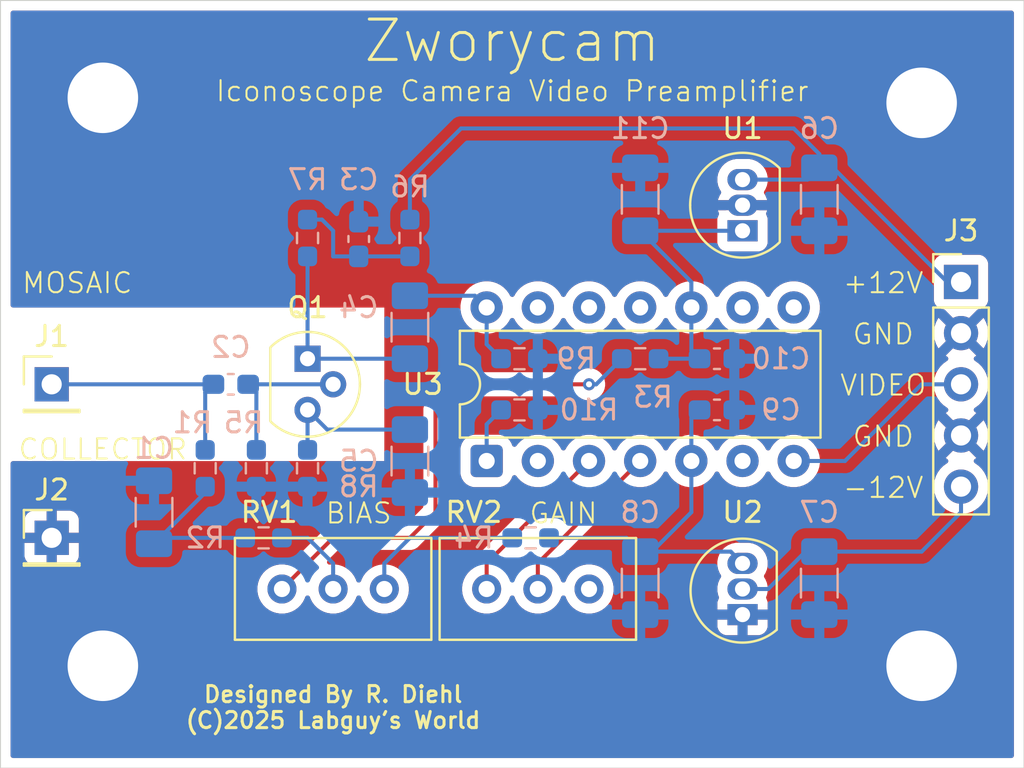
<source format=kicad_pcb>
(kicad_pcb
	(version 20241229)
	(generator "pcbnew")
	(generator_version "9.0")
	(general
		(thickness 1.6)
		(legacy_teardrops no)
	)
	(paper "A")
	(layers
		(0 "F.Cu" signal)
		(2 "B.Cu" signal)
		(9 "F.Adhes" user "F.Adhesive")
		(11 "B.Adhes" user "B.Adhesive")
		(13 "F.Paste" user)
		(15 "B.Paste" user)
		(5 "F.SilkS" user "F.Silkscreen")
		(7 "B.SilkS" user "B.Silkscreen")
		(1 "F.Mask" user)
		(3 "B.Mask" user)
		(17 "Dwgs.User" user "User.Drawings")
		(19 "Cmts.User" user "User.Comments")
		(21 "Eco1.User" user "User.Eco1")
		(23 "Eco2.User" user "User.Eco2")
		(25 "Edge.Cuts" user)
		(27 "Margin" user)
		(31 "F.CrtYd" user "F.Courtyard")
		(29 "B.CrtYd" user "B.Courtyard")
		(35 "F.Fab" user)
		(33 "B.Fab" user)
		(39 "User.1" user)
		(41 "User.2" user)
		(43 "User.3" user)
		(45 "User.4" user)
	)
	(setup
		(pad_to_mask_clearance 0)
		(allow_soldermask_bridges_in_footprints no)
		(tenting front back)
		(pcbplotparams
			(layerselection 0x00000000_00000000_55555555_5755f5ff)
			(plot_on_all_layers_selection 0x00000000_00000000_00000000_00000000)
			(disableapertmacros no)
			(usegerberextensions no)
			(usegerberattributes yes)
			(usegerberadvancedattributes yes)
			(creategerberjobfile yes)
			(dashed_line_dash_ratio 12.000000)
			(dashed_line_gap_ratio 3.000000)
			(svgprecision 4)
			(plotframeref no)
			(mode 1)
			(useauxorigin no)
			(hpglpennumber 1)
			(hpglpenspeed 20)
			(hpglpendiameter 15.000000)
			(pdf_front_fp_property_popups yes)
			(pdf_back_fp_property_popups yes)
			(pdf_metadata yes)
			(pdf_single_document no)
			(dxfpolygonmode yes)
			(dxfimperialunits yes)
			(dxfusepcbnewfont yes)
			(psnegative no)
			(psa4output no)
			(plot_black_and_white yes)
			(sketchpadsonfab no)
			(plotpadnumbers no)
			(hidednponfab no)
			(sketchdnponfab yes)
			(crossoutdnponfab yes)
			(subtractmaskfromsilk no)
			(outputformat 1)
			(mirror no)
			(drillshape 1)
			(scaleselection 1)
			(outputdirectory "")
		)
	)
	(net 0 "")
	(net 1 "Net-(C1-Pad1)")
	(net 2 "GND")
	(net 3 "Net-(Q1-G)")
	(net 4 "Net-(J1-Pin_1)")
	(net 5 "Net-(C3-Pad1)")
	(net 6 "Net-(C4-Pad2)")
	(net 7 "Net-(Q1-D)")
	(net 8 "Net-(Q1-S)")
	(net 9 "Net-(J3-Pin_1)")
	(net 10 "Net-(J3-Pin_5)")
	(net 11 "Net-(U2-VO)")
	(net 12 "Net-(U1-VO)")
	(net 13 "Net-(J3-Pin_3)")
	(net 14 "Net-(R2-Pad2)")
	(net 15 "Net-(R3-Pad2)")
	(net 16 "Net-(R4-Pad1)")
	(net 17 "Net-(R10-Pad1)")
	(net 18 "Net-(U3-1B)")
	(net 19 "Net-(U3-2B)")
	(net 20 "unconnected-(U3-NC-Pad13)")
	(net 21 "unconnected-(U3-NC-Pad2)")
	(net 22 "unconnected-(U3-1A-Pad11)")
	(net 23 "unconnected-(U3-NC-Pad9)")
	(net 24 "unconnected-(U3-Pad8)")
	(net 25 "unconnected-(U3-2A-Pad12)")
	(net 26 "unconnected-(U3-NC-Pad6)")
	(footprint "MountingHole:MountingHole_3.5mm_Pad" (layer "F.Cu") (at 106.68 87.38))
	(footprint "Connector_PinHeader_2.54mm:PinHeader_1x05_P2.54mm_Vertical" (layer "F.Cu") (at 149.275 96.52))
	(footprint "MountingHole:MountingHole_3.5mm_Pad" (layer "F.Cu") (at 147.32 87.63))
	(footprint "Package_TO_SOT_THT:TO-92" (layer "F.Cu") (at 116.84 100.33 -90))
	(footprint "MountingHole:MountingHole_3.5mm_Pad" (layer "F.Cu") (at 106.68 115.57))
	(footprint "Potentiometer_THT:Potentiometer_Bourns_3296W_Vertical" (layer "F.Cu") (at 125.73 111.76 180))
	(footprint "Connector_PinHeader_2.54mm:PinHeader_1x01_P2.54mm_Vertical" (layer "F.Cu") (at 104.14 109.22))
	(footprint "Connector_PinHeader_2.54mm:PinHeader_1x01_P2.54mm_Vertical" (layer "F.Cu") (at 104.14 101.6))
	(footprint "MountingHole:MountingHole_3.5mm_Pad" (layer "F.Cu") (at 147.32 115.57))
	(footprint "Potentiometer_THT:Potentiometer_Bourns_3296W_Vertical" (layer "F.Cu") (at 115.57 111.76 180))
	(footprint "Package_DIP:DIP-14_W7.62mm" (layer "F.Cu") (at 125.73 105.405 90))
	(footprint "Package_TO_SOT_THT:TO-92L_Inline" (layer "F.Cu") (at 138.43 113.03 90))
	(footprint "Package_TO_SOT_THT:TO-92_Inline" (layer "F.Cu") (at 138.43 93.98 90))
	(footprint "Capacitor_SMD:C_1206_3216Metric_Pad1.33x1.80mm_HandSolder" (layer "B.Cu") (at 133.35 111.4675 90))
	(footprint "Capacitor_SMD:C_1206_3216Metric_Pad1.33x1.80mm_HandSolder" (layer "B.Cu") (at 142.24 111.4675 90))
	(footprint "Capacitor_SMD:C_0603_1608Metric_Pad1.08x0.95mm_HandSolder" (layer "B.Cu") (at 137.16 102.87 180))
	(footprint "Resistor_SMD:R_0603_1608Metric_Pad0.98x0.95mm_HandSolder" (layer "B.Cu") (at 121.92 94.3375 -90))
	(footprint "Resistor_SMD:R_0603_1608Metric_Pad0.98x0.95mm_HandSolder" (layer "B.Cu") (at 116.84 105.7675 -90))
	(footprint "Capacitor_SMD:C_0603_1608Metric_Pad1.08x0.95mm_HandSolder" (layer "B.Cu") (at 119.38 94.3875 90))
	(footprint "Resistor_SMD:R_0603_1608Metric_Pad0.98x0.95mm_HandSolder" (layer "B.Cu") (at 127.9125 109.22))
	(footprint "Capacitor_SMD:C_1206_3216Metric_Pad1.33x1.80mm_HandSolder" (layer "B.Cu") (at 133.35 92.4175 90))
	(footprint "Capacitor_SMD:C_1206_3216Metric_Pad1.33x1.80mm_HandSolder" (layer "B.Cu") (at 121.92 105.41 -90))
	(footprint "Capacitor_SMD:C_0603_1608Metric_Pad1.08x0.95mm_HandSolder" (layer "B.Cu") (at 137.16 100.33 180))
	(footprint "Resistor_SMD:R_0603_1608Metric_Pad0.98x0.95mm_HandSolder" (layer "B.Cu") (at 127.3575 102.87))
	(footprint "Resistor_SMD:R_0603_1608Metric_Pad0.98x0.95mm_HandSolder" (layer "B.Cu") (at 114.3 105.7675 -90))
	(footprint "Capacitor_SMD:C_1206_3216Metric_Pad1.33x1.80mm_HandSolder" (layer "B.Cu") (at 142.24 92.4175 -90))
	(footprint "Resistor_SMD:R_0603_1608Metric_Pad0.98x0.95mm_HandSolder" (layer "B.Cu") (at 116.84 94.3375 -90))
	(footprint "Resistor_SMD:R_0603_1608Metric_Pad0.98x0.95mm_HandSolder" (layer "B.Cu") (at 114.6575 109.22))
	(footprint "Capacitor_SMD:C_1206_3216Metric_Pad1.33x1.80mm_HandSolder" (layer "B.Cu") (at 121.92 98.7675 90))
	(footprint "Resistor_SMD:R_0603_1608Metric_Pad0.98x0.95mm_HandSolder" (layer "B.Cu") (at 127.3575 100.33))
	(footprint "Capacitor_SMD:C_0603_1608Metric_Pad1.08x0.95mm_HandSolder" (layer "B.Cu") (at 113.03 101.6))
	(footprint "Resistor_SMD:R_0603_1608Metric_Pad0.98x0.95mm_HandSolder" (layer "B.Cu") (at 133.35 100.33 180))
	(footprint "Capacitor_SMD:C_1206_3216Metric_Pad1.33x1.80mm_HandSolder" (layer "B.Cu") (at 109.22 107.95 90))
	(footprint "Resistor_SMD:R_0603_1608Metric_Pad0.98x0.95mm_HandSolder" (layer "B.Cu") (at 111.76 105.7675 -90))
	(gr_line
		(start 101.6 82.55)
		(end 101.6 120.65)
		(stroke
			(width 0.05)
			(type default)
		)
		(layer "Edge.Cuts")
		(uuid "08f7812d-d808-4ae1-8a7f-130c60b56d3b")
	)
	(gr_line
		(start 152.4 120.65)
		(end 152.4 101.6)
		(stroke
			(width 0.05)
			(type default)
		)
		(layer "Edge.Cuts")
		(uuid "27f4e402-76f9-4f3f-a274-27370cb0861b")
	)
	(gr_line
		(start 101.6 120.65)
		(end 152.4 120.65)
		(stroke
			(width 0.05)
			(type default)
		)
		(layer "Edge.Cuts")
		(uuid "63de0f25-526c-450b-8808-50837d7e9ed7")
	)
	(gr_line
		(start 152.4 82.55)
		(end 101.6 82.55)
		(stroke
			(width 0.05)
			(type default)
		)
		(layer "Edge.Cuts")
		(uuid "bcf6ce97-2c11-4b48-b9dc-633feffe2a3f")
	)
	(gr_line
		(start 152.4 101.6)
		(end 152.4 82.55)
		(stroke
			(width 0.05)
			(type default)
		)
		(layer "Edge.Cuts")
		(uuid "f5072b3f-4ab5-4317-9a0c-06180e422b3e")
	)
	(gr_text "-12V"
		(at 145.415 107.315 0)
		(layer "F.SilkS")
		(uuid "382f8230-10c8-4de0-9fa0-1389dd368831")
		(effects
			(font
				(size 1 1)
				(thickness 0.1)
			)
			(justify bottom)
		)
	)
	(gr_text "Zworycam"
		(at 127 85.725 0)
		(layer "F.SilkS")
		(uuid "4e11e959-fe10-4fed-aeb8-790e53c30ebf")
		(effects
			(font
				(size 2 2)
				(thickness 0.15)
			)
			(justify bottom)
		)
	)
	(gr_text "Designed By R. Diehl\n(C)2025 Labguy's World"
		(at 118.11 118.745 0)
		(layer "F.SilkS")
		(uuid "6e0d639b-6563-4323-a4c3-9aefb9020f15")
		(effects
			(font
				(size 0.8 0.8)
				(thickness 0.15)
				(bold yes)
			)
			(justify bottom)
		)
	)
	(gr_text "COLLECTOR"
		(at 106.68 105.41 0)
		(layer "F.SilkS")
		(uuid "866eeb64-1ca6-442a-997c-fb8eb600cc77")
		(effects
			(font
				(size 1 1)
				(thickness 0.1)
			)
			(justify bottom)
		)
	)
	(gr_text "BIAS"
		(at 119.38 108.585 0)
		(layer "F.SilkS")
		(uuid "9728bf16-da9a-4c59-b652-2b9f2925de0b")
		(effects
			(font
				(size 1 1)
				(thickness 0.1)
			)
			(justify bottom)
		)
	)
	(gr_text "GND"
		(at 145.415 104.775 0)
		(layer "F.SilkS")
		(uuid "a6445ed9-f273-4192-8910-112f67278684")
		(effects
			(font
				(size 1 1)
				(thickness 0.1)
			)
			(justify bottom)
		)
	)
	(gr_text "GAIN"
		(at 129.54 108.585 0)
		(layer "F.SilkS")
		(uuid "a861612a-73dc-44cd-9c55-5dfea9c372db")
		(effects
			(font
				(size 1 1)
				(thickness 0.1)
			)
			(justify bottom)
		)
	)
	(gr_text "GND"
		(at 145.415 99.695 0)
		(layer "F.SilkS")
		(uuid "b1062896-e065-4932-9eae-71f08beace81")
		(effects
			(font
				(size 1 1)
				(thickness 0.1)
			)
			(justify bottom)
		)
	)
	(gr_text "MOSAIC"
		(at 105.41 97.155 0)
		(layer "F.SilkS")
		(uuid "b356df9b-b133-4132-8681-ee108559b93a")
		(effects
			(font
				(size 1 1)
				(thickness 0.1)
			)
			(justify bottom)
		)
	)
	(gr_text "Iconoscope Camera Video Preamplifier"
		(at 127 87.63 0)
		(layer "F.SilkS")
		(uuid "bbd93e4c-164e-4a66-88df-e1f692313949")
		(effects
			(font
				(size 1 1)
				(thickness 0.1)
			)
			(justify bottom)
		)
	)
	(gr_text "VIDEO"
		(at 145.415 102.235 0)
		(layer "F.SilkS")
		(uuid "f3d54c42-8b75-4b08-ab79-6276247b5a00")
		(effects
			(font
				(size 1 1)
				(thickness 0.1)
			)
			(justify bottom)
		)
	)
	(gr_text "+12V"
		(at 145.415 97.155 0)
		(layer "F.SilkS")
		(uuid "fdb59220-29f1-45d2-a911-b410855ad972")
		(effects
			(font
				(size 1 1)
				(thickness 0.1)
			)
			(justify bottom)
		)
	)
	(segment
		(start 113.745 109.22)
		(end 109.5125 109.22)
		(width 0.2)
		(layer "B.Cu")
		(net 1)
		(uuid "1fff430d-d0b3-43c1-afa6-57ece1a09608")
	)
	(segment
		(start 109.5125 109.22)
		(end 109.22 109.5125)
		(width 0.2)
		(layer "B.Cu")
		(net 1)
		(uuid "8575d5fe-5ff0-4f21-916d-229b6a14fa74")
	)
	(segment
		(start 109.22 109.5125)
		(end 111.76 106.9725)
		(width 0.2)
		(layer "B.Cu")
		(net 1)
		(uuid "bfb2b65f-5baa-43f1-9dd4-81ccd12738e8")
	)
	(segment
		(start 111.76 106.9725)
		(end 111.76 106.68)
		(width 0.2)
		(layer "B.Cu")
		(net 1)
		(uuid "e59efd24-cf66-4e09-add9-85f5066c7072")
	)
	(segment
		(start 138.43 92.71)
		(end 139.7 92.71)
		(width 0.2)
		(layer "B.Cu")
		(net 2)
		(uuid "365736f8-8ede-44f2-b899-28a0c6638ce4")
	)
	(segment
		(start 140.97 93.98)
		(end 142.24 93.98)
		(width 0.2)
		(layer "B.Cu")
		(net 2)
		(uuid "6cef972b-7a6c-42fe-a283-9e3b4d775abc")
	)
	(segment
		(start 135.305 90.855)
		(end 133.35 90.855)
		(width 0.2)
		(layer "B.Cu")
		(net 2)
		(uuid "751646e3-3a81-4f13-a7c8-8dd7c451cc82")
	)
	(segment
		(start 139.7 92.71)
		(end 140.97 93.98)
		(width 0.2)
		(layer "B.Cu")
		(net 2)
		(uuid "aa2061f0-9cf1-473a-aea1-f70ad6741d83")
	)
	(segment
		(start 137.16 92.71)
		(end 135.305 90.855)
		(width 0.2)
		(layer "B.Cu")
		(net 2)
		(uuid "b0f299f8-2b6f-4f0c-ac0b-ce97a0578169")
	)
	(segment
		(start 138.43 92.71)
		(end 137.16 92.71)
		(width 0.2)
		(layer "B.Cu")
		(net 2)
		(uuid "fc6cc2fc-0915-4edb-b2f7-71b2637768ee")
	)
	(segment
		(start 114.3 102.0075)
		(end 113.8925 101.6)
		(width 0.2)
		(layer "B.Cu")
		(net 3)
		(uuid "1cb6cb99-a9f6-4300-9484-8c045c66f855")
	)
	(segment
		(start 114.3 104.855)
		(end 114.3 102.0075)
		(width 0.2)
		(layer "B.Cu")
		(net 3)
		(uuid "a73fc8b0-072d-4654-b9aa-dfb52e1b4371")
	)
	(segment
		(start 113.8925 101.6)
		(end 118.11 101.6)
		(width 0.2)
		(layer "B.Cu")
		(net 3)
		(uuid "dcef0fef-816e-4444-b56b-2657ea13a03d")
	)
	(segment
		(start 111.76 104.855)
		(end 111.76 102.0075)
		(width 0.2)
		(layer "B.Cu")
		(net 4)
		(uuid "482c7e72-c722-4b38-a546-39f6d1d726c0")
	)
	(segment
		(start 104.14 101.6)
		(end 112.1675 101.6)
		(width 0.2)
		(layer "B.Cu")
		(net 4)
		(uuid "512c49d5-76f9-495b-8198-8edcda2f423b")
	)
	(segment
		(start 111.76 102.0075)
		(end 112.1675 101.6)
		(width 0.2)
		(layer "B.Cu")
		(net 4)
		(uuid "aac5eb91-f3cc-4c35-b57c-0b1fde124bd6")
	)
	(segment
		(start 118.11 95.25)
		(end 118.11 93.98)
		(width 0.2)
		(layer "B.Cu")
		(net 5)
		(uuid "294ae5aa-ce96-4c7e-bf1b-0b9043887884")
	)
	(segment
		(start 118.11 93.98)
		(end 117.555 93.425)
		(width 0.2)
		(layer "B.Cu")
		(net 5)
		(uuid "376d3944-2147-43ed-a7ff-69f41351befc")
	)
	(segment
		(start 119.38 95.25)
		(end 118.11 95.25)
		(width 0.2)
		(layer "B.Cu")
		(net 5)
		(uuid "67e63692-dc40-484e-bf43-1754749bec1f")
	)
	(segment
		(start 121.92 95.25)
		(end 119.38 95.25)
		(width 0.2)
		(layer "B.Cu")
		(net 5)
		(uuid "91a75a40-f82c-438a-abfa-21901eedf7bf")
	)
	(segment
		(start 117.555 93.425)
		(end 116.84 93.425)
		(width 0.2)
		(layer "B.Cu")
		(net 5)
		(uuid "ba707b42-3d75-4808-9c58-af4658ab79da")
	)
	(segment
		(start 125.15 97.205)
		(end 125.73 97.785)
		(width 0.2)
		(layer "B.Cu")
		(net 6)
		(uuid "aa48c248-af91-4976-a9e7-f9e2bc8ae0d8")
	)
	(segment
		(start 125.73 97.785)
		(end 125.73 99.615)
		(width 0.2)
		(layer "B.Cu")
		(net 6)
		(uuid "c186b679-98a3-4063-976d-3da5ecfb5e46")
	)
	(segment
		(start 125.73 99.615)
		(end 126.445 100.33)
		(width 0.2)
		(layer "B.Cu")
		(net 6)
		(uuid "ca6a1647-86a0-40ae-9de3-6a02a8831356")
	)
	(segment
		(start 121.92 97.205)
		(end 125.15 97.205)
		(width 0.2)
		(layer "B.Cu")
		(net 6)
		(uuid "f60baf67-5dc5-421b-81b5-0e34d8770da2")
	)
	(segment
		(start 116.84 100.33)
		(end 121.92 100.33)
		(width 0.2)
		(layer "B.Cu")
		(net 7)
		(uuid "3023e568-7edc-4bff-9913-880a61df82de")
	)
	(segment
		(start 116.84 100.33)
		(end 116.84 95.25)
		(width 0.2)
		(layer "B.Cu")
		(net 7)
		(uuid "68e30e4f-afb8-4489-b003-223e3ce48403")
	)
	(segment
		(start 121.92 103.8475)
		(end 117.8175 103.8475)
		(width 0.2)
		(layer "B.Cu")
		(net 8)
		(uuid "727af46d-9581-46cb-b10e-2902b166717f")
	)
	(segment
		(start 116.84 102.87)
		(end 116.84 104.855)
		(width 0.2)
		(layer "B.Cu")
		(net 8)
		(uuid "e7ce1f4f-0f80-4d4b-a1d6-c6c2f3a20a1b")
	)
	(segment
		(start 117.8175 103.8475)
		(end 116.84 102.87)
		(width 0.2)
		(layer "B.Cu")
		(net 8)
		(uuid "f673ffb1-d624-4a62-84d5-f5e4af8e6c61")
	)
	(segment
		(start 142.925 90.855)
		(end 148.59 96.52)
		(width 0.2)
		(layer "B.Cu")
		(net 9)
		(uuid "01a2758d-dc55-4d33-9fc4-7e98e7f73a90")
	)
	(segment
		(start 148.59 96.52)
		(end 149.275 96.52)
		(width 0.2)
		(layer "B.Cu")
		(net 9)
		(uuid "2ee86f65-7334-4514-a44b-f1a95e59c0f6")
	)
	(segment
		(start 142.24 90.855)
		(end 142.925 90.855)
		(width 0.2)
		(layer "B.Cu")
		(net 9)
		(uuid "3ff8aaac-441e-4c3f-a392-68e9deda9c3e")
	)
	(segment
		(start 138.43 91.44)
		(end 141.655 91.44)
		(width 0.2)
		(layer "B.Cu")
		(net 9)
		(uuid "4219cb35-aa68-4c4d-a091-bc3e6cddd34d")
	)
	(segment
		(start 124.46 88.9)
		(end 140.97 88.9)
		(width 0.2)
		(layer "B.Cu")
		(net 9)
		(uuid "5841159a-10c6-42be-8b05-b94cba8b81d1")
	)
	(segment
		(start 121.92 91.44)
		(end 124.46 88.9)
		(width 0.2)
		(layer "B.Cu")
		(net 9)
		(uuid "5e180b05-5071-464c-b4f7-4ef5b2fec92e")
	)
	(segment
		(start 141.655 91.44)
		(end 142.24 90.855)
		(width 0.2)
		(layer "B.Cu")
		(net 9)
		(uuid "8fee2236-2814-4340-955f-792c0dee8b0d")
	)
	(segment
		(start 140.97 88.9)
		(end 142.24 90.17)
		(width 0.2)
		(layer "B.Cu")
		(net 9)
		(uuid "945bea1e-0a79-44b0-b0ac-f764197bfb6f")
	)
	(segment
		(start 121.92 93.425)
		(end 121.92 91.44)
		(width 0.2)
		(layer "B.Cu")
		(net 9)
		(uuid "a48cf807-03f7-4200-8a5b-58451e920708")
	)
	(segment
		(start 142.24 90.17)
		(end 142.24 90.855)
		(width 0.2)
		(layer "B.Cu")
		(net 9)
		(uuid "a7bfcb1e-e209-42a1-a2f6-4ccf15ee5082")
	)
	(segment
		(start 149.275 107.95)
		(end 149.275 106.68)
		(width 0.2)
		(layer "B.Cu")
		(net 10)
		(uuid "559c0e7c-9f22-49ac-8fbf-9abae3bca1b2")
	)
	(segment
		(start 142.24 109.905)
		(end 147.32 109.905)
		(width 0.2)
		(layer "B.Cu")
		(net 10)
		(uuid "592dd61d-46ce-4676-beab-3b010601a868")
	)
	(segment
		(start 147.32 109.905)
		(end 149.275 107.95)
		(width 0.2)
		(layer "B.Cu")
		(net 10)
		(uuid "7b6e7425-e5c9-4e8e-9c7d-7674fa0775dd")
	)
	(segment
		(start 139.7 111.76)
		(end 141.555 109.905)
		(width 0.2)
		(layer "B.Cu")
		(net 10)
		(uuid "bf178e0b-e5f2-47fb-868d-2a036e64ad7e")
	)
	(segment
		(start 141.555 109.905)
		(end 142.24 109.905)
		(width 0.2)
		(layer "B.Cu")
		(net 10)
		(uuid "e0211659-e643-436c-a05c-992cc095ecf2")
	)
	(segment
		(start 138.43 111.76)
		(end 139.7 111.76)
		(width 0.2)
		(layer "B.Cu")
		(net 10)
		(uuid "ff1cde3d-19ab-48cd-9756-4f0d82063b8b")
	)
	(segment
		(start 133.35 109.905)
		(end 133.935 109.905)
		(width 0.2)
		(layer "B.Cu")
		(net 11)
		(uuid "0df0eaf1-22ad-4147-8224-affa56b41dc8")
	)
	(segment
		(start 132.665 109.22)
		(end 133.35 109.905)
		(width 0.2)
		(layer "B.Cu")
		(net 11)
		(uuid "3a7352a8-4176-4004-bbd7-18b53fb9dfeb")
	)
	(segment
		(start 135.89 105.405)
		(end 135.89 103.2775)
		(width 0.2)
		(layer "B.Cu")
		(net 11)
		(uuid "41b4f5a2-2c53-40df-99af-a1f347fa26c5")
	)
	(segment
		(start 135.89 103.2775)
		(end 136.2975 102.87)
		(width 0.2)
		(layer "B.Cu")
		(net 11)
		(uuid "5a7067e7-9cd1-4124-9277-cd8fa81f0962")
	)
	(segment
		(start 128.825 109.22)
		(end 132.665 109.22)
		(width 0.2)
		(layer "B.Cu")
		(net 11)
		(uuid "7cbde6aa-c86c-4171-bca7-cb5d7599e058")
	)
	(segment
		(start 135.89 105.405)
		(end 135.89 107.95)
		(width 0.2)
		(layer "B.Cu")
		(net 11)
		(uuid "a15b3b80-3afb-439c-808a-7c616bff9843")
	)
	(segment
		(start 133.35 109.905)
		(end 137.845 109.905)
		(width 0.2)
		(layer "B.Cu")
		(net 11)
		(uuid "b154ab41-9613-4eca-8a3b-2c3ea7d2250f")
	)
	(segment
		(start 133.935 109.905)
		(end 135.89 107.95)
		(width 0.2)
		(layer "B.Cu")
		(net 11)
		(uuid "b94aa815-f5f6-488d-a050-d0175b7a42ee")
	)
	(segment
		(start 137.845 109.905)
		(end 138.43 110.49)
		(width 0.2)
		(layer "B.Cu")
		(net 11)
		(uuid "c9616bef-ea4d-4599-8d1d-ffbffb966dbf")
	)
	(segment
		(start 138.43 93.98)
		(end 133.35 93.98)
		(width 0.2)
		(layer "B.Cu")
		(net 12)
		(uuid "38f8ea11-4a61-48b2-8f79-21963f97d6af")
	)
	(segment
		(start 135.89 96.52)
		(end 133.35 93.98)
		(width 0.2)
		(layer "B.Cu")
		(net 12)
		(uuid "4601d21b-2b7a-455c-b763-3764c016b696")
	)
	(segment
		(start 134.2625 100.33)
		(end 136.2975 100.33)
		(width 0.2)
		(layer "B.Cu")
		(net 12)
		(uuid "48dc150b-ea6b-46bc-9674-1f772f16b7a7")
	)
	(segment
		(start 135.89 99.9225)
		(end 136.2975 100.33)
		(width 0.2)
		(layer "B.Cu")
		(net 12)
		(uuid "68020bb1-773f-4d6e-96ba-3c72f1dbd08f")
	)
	(segment
		(start 135.89 97.785)
		(end 135.89 99.9225)
		(width 0.2)
		(layer "B.Cu")
		(net 12)
		(uuid "79bf3899-554d-4c97-b780-b421d860faad")
	)
	(segment
		(start 135.89 97.785)
		(end 135.89 96.52)
		(width 0.2)
		(layer "B.Cu")
		(net 12)
		(uuid "87c9e3b8-d4ec-4d3e-9791-0fcca9dcd2cc")
	)
	(segment
		(start 147.32 101.6)
		(end 149.275 101.6)
		(width 0.2)
		(layer "B.Cu")
		(net 13)
		(uuid "042a676e-8680-4ff1-9534-e34ebd70c580")
	)
	(segment
		(start 143.505 105.405)
		(end 143.51 105.41)
		(width 0.2)
		(layer "B.Cu")
		(net 13)
		(uuid "1847fa6a-665f-4162-b7d1-6acbf5e30cfc")
	)
	(segment
		(start 143.51 105.41)
		(end 147.32 101.6)
		(width 0.2)
		(layer "B.Cu")
		(net 13)
		(uuid "656d048a-0baf-41b3-8913-6a41818304fb")
	)
	(segment
		(start 140.97 105.405)
		(end 143.505 105.405)
		(width 0.2)
		(layer "B.Cu")
		(net 13)
		(uuid "97bf8178-aa81-4484-a70f-d135066775d7")
	)
	(segment
		(start 118.11 110.49)
		(end 116.84 109.22)
		(width 0.2)
		(layer "B.Cu")
		(net 14)
		(uuid "323d692a-460f-4853-b2b1-c3541b6a82d9")
	)
	(segment
		(start 118.11 111.76)
		(end 118.11 110.49)
		(width 0.2)
		(layer "B.Cu")
		(net 14)
		(uuid "47e93848-acc4-48a8-a389-833eb4afebdc")
	)
	(segment
		(start 116.84 109.22)
		(end 115.57 109.22)
		(width 0.2)
		(layer "B.Cu")
		(net 14)
		(uuid "b37064d7-92b5-4620-ad28-30ba8e32322e")
	)
	(segment
		(start 123.19 102.87)
		(end 124.46 101.6)
		(width 0.2)
		(layer "F.Cu")
		(net 15)
		(uuid "28eb668d-1efe-4a95-bee2-388aefa14364")
	)
	(segment
		(start 124.46 101.6)
		(end 130.81 101.6)
		(width 0.2)
		(layer "F.Cu")
		(net 15)
		(uuid "67a314e0-8460-4484-9161-e1e894c83d08")
	)
	(segment
		(start 115.57 111.76)
		(end 118.11 109.22)
		(width 0.2)
		(layer "F.Cu")
		(net 15)
		(uuid "77c8c27c-375b-46e7-a767-10022246f192")
	)
	(segment
		(start 121.92 109.22)
		(end 123.19 107.95)
		(width 0.2)
		(layer "F.Cu")
		(net 15)
		(uuid "7d6e9545-963d-4f1f-a2af-322334acbcc6")
	)
	(segment
		(start 123.19 107.95)
		(end 123.19 102.87)
		(width 0.2)
		(layer "F.Cu")
		(net 15)
		(uuid "e4d0c43c-0816-471f-947f-bd9f6851d42c")
	)
	(segment
		(start 118.11 109.22)
		(end 121.92 109.22)
		(width 0.2)
		(layer "F.Cu")
		(net 15)
		(uuid "fe048715-45b0-4dc4-946f-3233e83023ca")
	)
	(via
		(at 130.81 101.6)
		(size 0.6)
		(drill 0.3)
		(layers "F.Cu" "B.Cu")
		(net 15)
		(uuid "7058361f-97c5-472e-bbbb-57d5b14c4bda")
	)
	(segment
		(start 131.1675 101.6)
		(end 132.4375 100.33)
		(width 0.2)
		(layer "B.Cu")
		(net 15)
		(uuid "0773ad24-6ed3-4528-b696-04b94bb41eb8")
	)
	(segment
		(start 130.81 101.6)
		(end 131.1675 101.6)
		(width 0.2)
		(layer "B.Cu")
		(net 15)
		(uuid "b2207de1-b8dd-4b81-8870-9c32dbf7b84f")
	)
	(segment
		(start 120.65 110.49)
		(end 121.92 109.22)
		(width 0.2)
		(layer "B.Cu")
		(net 16)
		(uuid "20e6993a-03cb-4053-876a-67a2e918313e")
	)
	(segment
		(start 121.92 109.22)
		(end 127 109.22)
		(width 0.2)
		(layer "B.Cu")
		(net 16)
		(uuid "33225059-46d6-4a45-8cf5-a2988c557fb3")
	)
	(segment
		(start 120.65 111.76)
		(end 120.65 110.49)
		(width 0.2)
		(layer "B.Cu")
		(net 16)
		(uuid "540506d1-1b9b-498f-aa74-dc3411edf1ce")
	)
	(segment
		(start 125.73 105.405)
		(end 125.73 103.585)
		(width 0.2)
		(layer "B.Cu")
		(net 17)
		(uuid "0a4949da-6544-4ba1-b833-22fc9b070378")
	)
	(segment
		(start 125.73 103.585)
		(end 126.445 102.87)
		(width 0.2)
		(layer "B.Cu")
		(net 17)
		(uuid "63ee1974-f85f-4d58-bc82-90abe3557529")
	)
	(segment
		(start 128.27 110.485)
		(end 133.35 105.405)
		(width 0.2)
		(layer "F.Cu")
		(net 18)
		(uuid "b352673d-7d7c-417b-89b6-679060240b22")
	)
	(segment
		(start 128.27 111.76)
		(end 128.27 110.485)
		(width 0.2)
		(layer "F.Cu")
		(net 18)
		(uuid "c0ec43ce-281b-4ef0-af26-95b4fb0ab583")
	)
	(segment
		(start 125.73 111.76)
		(end 125.73 110.485)
		(width 0.2)
		(layer "F.Cu")
		(net 19)
		(uuid "0139cc35-1720-478b-8c27-fdff9292d0fd")
	)
	(segment
		(start 125.73 110.485)
		(end 130.81 105.405)
		(width 0.2)
		(layer "F.Cu")
		(net 19)
		(uuid "84c48886-945d-461b-90c0-2c8621d94cff")
	)
	(zone
		(net 2)
		(net_name "GND")
		(layer "F.Cu")
		(uuid "843154d1-9c3c-440b-a460-b5e374f0fa90")
		(hatch edge 0.5)
		(connect_pads
			(clearance 0.5)
		)
		(min_thickness 0.25)
		(filled_areas_thickness no)
		(fill yes
			(thermal_gap 0.5)
			(thermal_bridge_width 0.5)
		)
		(polygon
			(pts
				(xy 101.6 82.55) (xy 152.4 82.55) (xy 152.4 120.65) (xy 101.6 120.65) (xy 101.6 105.41) (xy 120.65 105.41)
				(xy 120.65 97.79) (xy 101.6 97.79)
			)
		)
		(filled_polygon
			(layer "F.Cu")
			(pts
				(xy 151.842539 83.070185) (xy 151.888294 83.122989) (xy 151.8995 83.1745) (xy 151.8995 120.0255)
				(xy 151.879815 120.092539) (xy 151.827011 120.138294) (xy 151.7755 120.1495) (xy 102.2245 120.1495)
				(xy 102.157461 120.129815) (xy 102.111706 120.077011) (xy 102.1005 120.0255) (xy 102.1005 111.663945)
				(xy 114.3495 111.663945) (xy 114.3495 111.856054) (xy 114.379553 112.045802) (xy 114.438916 112.228506)
				(xy 114.525085 112.39762) (xy 114.526135 112.399681) (xy 114.639055 112.555102) (xy 114.774898 112.690945)
				(xy 114.930319 112.803865) (xy 115.090055 112.885255) (xy 115.101493 112.891083) (xy 115.192845 112.920764)
				(xy 115.284199 112.950447) (xy 115.473945 112.9805) (xy 115.473946 112.9805) (xy 115.666054 112.9805)
				(xy 115.666055 112.9805) (xy 115.855801 112.950447) (xy 116.038509 112.891082) (xy 116.209681 112.803865)
				(xy 116.365102 112.690945) (xy 116.500945 112.555102) (xy 116.613865 112.399681) (xy 116.701082 112.228509)
				(xy 116.711439 112.196634) (xy 116.722069 112.163919) (xy 116.761506 112.106243) (xy 116.825864 112.079044)
				(xy 116.894711 112.090958) (xy 116.946187 112.138202) (xy 116.957931 112.163919) (xy 116.978915 112.228504)
				(xy 117.065085 112.39762) (xy 117.066135 112.399681) (xy 117.179055 112.555102) (xy 117.314898 112.690945)
				(xy 117.470319 112.803865) (xy 117.630055 112.885255) (xy 117.641493 112.891083) (xy 117.732845 112.920764)
				(xy 117.824199 112.950447) (xy 118.013945 112.9805) (xy 118.013946 112.9805) (xy 118.206054 112.9805)
				(xy 118.206055 112.9805) (xy 118.395801 112.950447) (xy 118.578509 112.891082) (xy 118.749681 112.803865)
				(xy 118.905102 112.690945) (xy 119.040945 112.555102) (xy 119.153865 112.399681) (xy 119.241082 112.228509)
				(xy 119.251439 112.196634) (xy 119.262069 112.163919) (xy 119.301506 112.106243) (xy 119.365864 112.079044)
				(xy 119.434711 112.090958) (xy 119.486187 112.138202) (xy 119.497931 112.163919) (xy 119.518915 112.228504)
				(xy 119.605085 112.39762) (xy 119.606135 112.399681) (xy 119.719055 112.555102) (xy 119.854898 112.690945)
				(xy 120.010319 112.803865) (xy 120.170055 112.885255) (xy 120.181493 112.891083) (xy 120.272845 112.920764)
				(xy 120.364199 112.950447) (xy 120.553945 112.9805) (xy 120.553946 112.9805) (xy 120.746054 112.9805)
				(xy 120.746055 112.9805) (xy 120.935801 112.950447) (xy 121.118509 112.891082) (xy 121.289681 112.803865)
				(xy 121.445102 112.690945) (xy 121.580945 112.555102) (xy 121.693865 112.399681) (xy 121.781082 112.228509)
				(xy 121.840447 112.045801) (xy 121.8705 111.856055) (xy 121.8705 111.663945) (xy 121.840447 111.474199)
				(xy 121.810424 111.381797) (xy 121.781083 111.291493) (xy 121.731352 111.193891) (xy 121.693865 111.120319)
				(xy 121.580945 110.964898) (xy 121.445102 110.829055) (xy 121.289681 110.716135) (xy 121.118506 110.628916)
				(xy 120.935802 110.569553) (xy 120.813757 110.550223) (xy 120.746055 110.5395) (xy 120.553945 110.5395)
				(xy 120.542789 110.541267) (xy 120.364197 110.569553) (xy 120.181493 110.628916) (xy 120.010318 110.716135)
				(xy 119.921645 110.78056) (xy 119.854898 110.829055) (xy 119.854896 110.829057) (xy 119.854895 110.829057)
				(xy 119.719057 110.964895) (xy 119.719057 110.964896) (xy 119.719055 110.964898) (xy 119.67056 111.031645)
				(xy 119.606135 111.120318) (xy 119.518916 111.291493) (xy 119.497931 111.356081) (xy 119.458494 111.413756)
				(xy 119.394135 111.440955) (xy 119.325289 111.429041) (xy 119.273813 111.381797) (xy 119.262069 111.356081)
				(xy 119.241083 111.291493) (xy 119.191352 111.193891) (xy 119.153865 111.120319) (xy 119.040945 110.964898)
				(xy 118.905102 110.829055) (xy 118.749681 110.716135) (xy 118.578506 110.628916) (xy 118.395802 110.569553)
				(xy 118.273757 110.550223) (xy 118.206055 110.5395) (xy 118.013945 110.5395) (xy 117.958099 110.548345)
				(xy 117.946242 110.550223) (xy 117.876949 110.541267) (xy 117.823498 110.49627) (xy 117.802859 110.429518)
				(xy 117.821585 110.362205) (xy 117.839159 110.340074) (xy 118.322416 109.856819) (xy 118.383739 109.823334)
				(xy 118.410097 109.8205) (xy 121.833331 109.8205) (xy 121.833347 109.820501) (xy 121.840943 109.820501)
				(xy 121.999054 109.820501) (xy 121.999057 109.820501) (xy 122.151785 109.779577) (xy 122.201904 109.750639)
				(xy 122.288716 109.70052) (xy 122.40052 109.588716) (xy 122.40052 109.588714) (xy 122.410728 109.578507)
				(xy 122.41073 109.578504) (xy 123.558713 108.430521) (xy 123.558716 108.43052) (xy 123.67052 108.318716)
				(xy 123.720639 108.231904) (xy 123.749577 108.181785) (xy 123.7905 108.029058) (xy 123.7905 107.870943)
				(xy 123.7905 104.804983) (xy 124.4295 104.804983) (xy 124.4295 106.005001) (xy 124.429501 106.005018)
				(xy 124.44 106.107796) (xy 124.440001 106.107799) (xy 124.468045 106.192429) (xy 124.495186 106.274334)
				(xy 124.587288 106.423656) (xy 124.711344 106.547712) (xy 124.860666 106.639814) (xy 125.027203 106.694999)
				(xy 125.129991 106.7055) (xy 126.330008 106.705499) (xy 126.432797 106.694999) (xy 126.599334 106.639814)
				(xy 126.748656 106.547712) (xy 126.872712 106.423656) (xy 126.964814 106.274334) (xy 126.991955 106.192427)
				(xy 127.031726 106.134984) (xy 127.096242 106.108161) (xy 127.165018 106.120476) (xy 127.209977 106.158547)
				(xy 127.27803 106.252213) (xy 127.278034 106.252219) (xy 127.422786 106.396971) (xy 127.52127 106.468522)
				(xy 127.58839 106.517287) (xy 127.699132 106.573713) (xy 127.770776 106.610218) (xy 127.770778 106.610218)
				(xy 127.770781 106.61022) (xy 127.861856 106.639812) (xy 127.965465 106.673477) (xy 128.066557 106.689488)
				(xy 128.167648 106.7055) (xy 128.167649 106.7055) (xy 128.360902 106.7055) (xy 128.427941 106.725185)
				(xy 128.473696 106.777989) (xy 128.48364 106.847147) (xy 128.454615 106.910703) (xy 128.448583 106.917181)
				(xy 125.249481 110.116282) (xy 125.24948 110.116284) (xy 125.206413 110.19088) (xy 125.199361 110.203094)
				(xy 125.199359 110.203096) (xy 125.170425 110.253209) (xy 125.170424 110.25321) (xy 125.170423 110.253215)
				(xy 125.129499 110.405943) (xy 125.129499 110.405945) (xy 125.129499 110.574046) (xy 125.1295 110.574059)
				(xy 125.1295 110.624486) (xy 125.109815 110.691525) (xy 125.078386 110.724804) (xy 124.934896 110.829056)
				(xy 124.799057 110.964895) (xy 124.799057 110.964896) (xy 124.799055 110.964898) (xy 124.75056 111.031645)
				(xy 124.686135 111.120318) (xy 124.598916 111.291493) (xy 124.539553 111.474197) (xy 124.5095 111.663945)
				(xy 124.5095 111.856054) (xy 124.539553 112.045802) (xy 124.598916 112.228506) (xy 124.685085 112.39762)
				(xy 124.686135 112.399681) (xy 124.799055 112.555102) (xy 124.934898 112.690945) (xy 125.090319 112.803865)
				(xy 125.250055 112.885255) (xy 125.261493 112.891083) (xy 125.352845 112.920764) (xy 125.444199 112.950447)
				(xy 125.633945 112.9805) (xy 125.633946 112.9805) (xy 125.826054 112.9805) (xy 125.826055 112.9805)
				(xy 126.015801 112.950447) (xy 126.198509 112.891082) (xy 126.369681 112.803865) (xy 126.525102 112.690945)
				(xy 126.660945 112.555102) (xy 126.773865 112.399681) (xy 126.861082 112.228509) (xy 126.871439 112.196634)
				(xy 126.882069 112.163919) (xy 126.921506 112.106243) (xy 126.985864 112.079044) (xy 127.054711 112.090958)
				(xy 127.106187 112.138202) (xy 127.117931 112.163919) (xy 127.138915 112.228504) (xy 127.225085 112.39762)
				(xy 127.226135 112.399681) (xy 127.339055 112.555102) (xy 127.474898 112.690945) (xy 127.630319 112.803865)
				(xy 127.790055 112.885255) (xy 127.801493 112.891083) (xy 127.892845 112.920764) (xy 127.984199 112.950447)
				(xy 128.173945 112.9805) (xy 128.173946 112.9805) (xy 128.366054 112.9805) (xy 128.366055 112.9805)
				(xy 128.555801 112.950447) (xy 128.738509 112.891082) (xy 128.909681 112.803865) (xy 129.065102 112.690945)
				(xy 129.200945 112.555102) (xy 129.313865 112.399681) (xy 129.401082 112.228509) (xy 129.411439 112.196634)
				(xy 129.422069 112.163919) (xy 129.461506 112.106243) (xy 129.525864 112.079044) (xy 129.594711 112.090958)
				(xy 129.646187 112.138202) (xy 129.657931 112.163919) (xy 129.678915 112.228504) (xy 129.765085 112.39762)
				(xy 129.766135 112.399681) (xy 129.879055 112.555102) (xy 130.014898 112.690945) (xy 130.170319 112.803865)
				(xy 130.330055 112.885255) (xy 130.341493 112.891083) (xy 130.432845 112.920764) (xy 130.524199 112.950447)
				(xy 130.713945 112.9805) (xy 130.713946 112.9805) (xy 130.906054 112.9805) (xy 130.906055 112.9805)
				(xy 131.095801 112.950447) (xy 131.278509 112.891082) (xy 131.449681 112.803865) (xy 131.605102 112.690945)
				(xy 131.740945 112.555102) (xy 131.853865 112.399681) (xy 131.941082 112.228509) (xy 132.000447 112.045801)
				(xy 132.0305 111.856055) (xy 132.0305 111.663945) (xy 132.000447 111.474199) (xy 131.970424 111.381797)
				(xy 131.941083 111.291493) (xy 131.891352 111.193891) (xy 131.853865 111.120319) (xy 131.740945 110.964898)
				(xy 131.605102 110.829055) (xy 131.449681 110.716135) (xy 131.278506 110.628916) (xy 131.095802 110.569553)
				(xy 130.973757 110.550223) (xy 130.906055 110.5395) (xy 130.713945 110.5395) (xy 130.702789 110.541267)
				(xy 130.524197 110.569553) (xy 130.341493 110.628916) (xy 130.170318 110.716135) (xy 130.081645 110.78056)
				(xy 130.014898 110.829055) (xy 130.014896 110.829057) (xy 130.014895 110.829057) (xy 129.879057 110.964895)
				(xy 129.879057 110.964896) (xy 129.879055 110.964898) (xy 129.83056 111.031645) (xy 129.766135 111.120318)
				(xy 129.678916 111.291493) (xy 129.657931 111.356081) (xy 129.618494 111.413756) (xy 129.554135 111.440955)
				(xy 129.485289 111.429041) (xy 129.433813 111.381797) (xy 129.422069 111.356081) (xy 129.401083 111.291493)
				(xy 129.351352 111.193891) (xy 129.313865 111.120319) (xy 129.200945 110.964898) (xy 129.065102 110.829055)
				(xy 129.061181 110.826206) (xy 129.014637 110.792389) (xy 128.971971 110.737059) (xy 128.965993 110.667446)
				(xy 128.998599 110.605651) (xy 128.999768 110.604465) (xy 129.215241 110.388992) (xy 137.1795 110.388992)
				(xy 137.1795 110.591007) (xy 137.218907 110.789119) (xy 137.218909 110.789127) (xy 137.296213 110.975755)
				(xy 137.349904 111.056109) (xy 137.370782 111.122787) (xy 137.352297 111.190167) (xy 137.349904 111.193891)
				(xy 137.296213 111.274244) (xy 137.218909 111.460872) (xy 137.218907 111.46088) (xy 137.1795 111.658992)
				(xy 137.1795 111.861007) (xy 137.218907 112.059119) (xy 137.21891 112.059131) (xy 137.252547 112.140338)
				(xy 137.260016 112.209807) (xy 137.240405 112.254864) (xy 137.240895 112.255132) (xy 137.23791 112.260596)
				(xy 137.23726 112.262092) (xy 137.236646 112.262911) (xy 137.236645 112.262913) (xy 137.186403 112.39762)
				(xy 137.186401 112.397627) (xy 137.18 112.457155) (xy 137.18 112.78) (xy 138.064134 112.78) (xy 138.088326 112.782383)
				(xy 138.091123 112.782939) (xy 138.103995 112.785499) (xy 138.103996 112.7855) (xy 138.103997 112.7855)
				(xy 138.14417 112.7855) (xy 138.129925 112.799745) (xy 138.080556 112.885255) (xy 138.055 112.98063)
				(xy 138.055 113.07937) (xy 138.080556 113.174745) (xy 138.129925 113.260255) (xy 138.14967 113.28)
				(xy 137.18 113.28) (xy 137.18 113.602844) (xy 137.186401 113.662372) (xy 137.186403 113.662379)
				(xy 137.236645 113.797086) (xy 137.236649 113.797093) (xy 137.322809 113.912187) (xy 137.322812 113.91219)
				(xy 137.437906 113.99835) (xy 137.437913 113.998354) (xy 137.57262 114.048596) (xy 137.572627 114.048598)
				(xy 137.632155 114.054999) (xy 137.632172 114.055) (xy 138.18 114.055) (xy 138.18 113.31033) (xy 138.199745 113.330075)
				(xy 138.285255 113.379444) (xy 138.38063 113.405) (xy 138.47937 113.405) (xy 138.574745 113.379444)
				(xy 138.660255 113.330075) (xy 138.68 113.31033) (xy 138.68 114.055) (xy 139.227828 114.055) (xy 139.227844 114.054999)
				(xy 139.287372 114.048598) (xy 139.287379 114.048596) (xy 139.422086 113.998354) (xy 139.422093 113.99835)
				(xy 139.537187 113.91219) (xy 139.53719 113.912187) (xy 139.62335 113.797093) (xy 139.623354 113.797086)
				(xy 139.673596 113.662379) (xy 139.673598 113.662372) (xy 139.679999 113.602844) (xy 139.68 113.602827)
				(xy 139.68 113.28) (xy 138.71033 113.28) (xy 138.730075 113.260255) (xy 138.779444 113.174745) (xy 138.805 113.07937)
				(xy 138.805 112.98063) (xy 138.779444 112.885255) (xy 138.730075 112.799745) (xy 138.71583 112.7855)
				(xy 138.756004 112.7855) (xy 138.756004 112.785499) (xy 138.769473 112.78282) (xy 138.771674 112.782383)
				(xy 138.795866 112.78) (xy 139.68 112.78) (xy 139.68 112.457172) (xy 139.679999 112.457155) (xy 139.673598 112.397627)
				(xy 139.673596 112.39762) (xy 139.623354 112.262913) (xy 139.623353 112.262911) (xy 139.622745 112.262099)
				(xy 139.62239 112.261148) (xy 139.619103 112.255128) (xy 139.619968 112.254655) (xy 139.598329 112.196634)
				(xy 139.607452 112.140338) (xy 139.641091 112.059127) (xy 139.6805 111.861003) (xy 139.6805 111.658997)
				(xy 139.641091 111.460873) (xy 139.563786 111.274244) (xy 139.510094 111.193889) (xy 139.489217 111.127214)
				(xy 139.507701 111.059834) (xy 139.510078 111.056134) (xy 139.563786 110.975756) (xy 139.641091 110.789127)
				(xy 139.6805 110.591003) (xy 139.6805 110.388997) (xy 139.641091 110.190873) (xy 139.563786 110.004244)
				(xy 139.563784 110.004241) (xy 139.563782 110.004237) (xy 139.451558 109.836281) (xy 139.308718 109.693441)
				(xy 139.140762 109.581217) (xy 139.140752 109.581212) (xy 138.954127 109.503909) (xy 138.954119 109.503907)
				(xy 138.756007 109.4645) (xy 138.756003 109.4645) (xy 138.103997 109.4645) (xy 138.103992 109.4645)
				(xy 137.90588 109.503907) (xy 137.905872 109.503909) (xy 137.719247 109.581212) (xy 137.719237 109.581217)
				(xy 137.551281 109.693441) (xy 137.408441 109.836281) (xy 137.296217 110.004237) (xy 137.296212 110.004247)
				(xy 137.218909 110.190872) (xy 137.218907 110.19088) (xy 137.1795 110.388992) (xy 129.215241 110.388992)
				(xy 132.905158 106.699075) (xy 132.966479 106.665592) (xy 133.031151 106.668825) (xy 133.045466 106.673477)
				(xy 133.247648 106.7055) (xy 133.247649 106.7055) (xy 133.452351 106.7055) (xy 133.452352 106.7055)
				(xy 133.654534 106.673477) (xy 133.849219 106.61022) (xy 134.03161 106.517287) (xy 134.160482 106.423657)
				(xy 134.197213 106.396971) (xy 134.197215 106.396968) (xy 134.197219 106.396966) (xy 134.341966 106.252219)
				(xy 134.341968 106.252215) (xy 134.341971 106.252213) (xy 134.462284 106.086614) (xy 134.462285 106.086613)
				(xy 134.462287 106.08661) (xy 134.509516 105.993917) (xy 134.557489 105.943123) (xy 134.62531 105.926328)
				(xy 134.691445 105.948865) (xy 134.730483 105.993917) (xy 134.73614 106.005018) (xy 134.777715 106.086614)
				(xy 134.898028 106.252213) (xy 135.042786 106.396971) (xy 135.14127 106.468522) (xy 135.20839 106.517287)
				(xy 135.319132 106.573713) (xy 135.390776 106.610218) (xy 135.390778 106.610218) (xy 135.390781 106.61022)
				(xy 135.481856 106.639812) (xy 135.585465 106.673477) (xy 135.686557 106.689488) (xy 135.787648 106.7055)
				(xy 135.787649 106.7055) (xy 135.992351 106.7055) (xy 135.992352 106.7055) (xy 136.194534 106.673477)
				(xy 136.389219 106.61022) (xy 136.57161 106.517287) (xy 136.700482 106.423657) (xy 136.737213 106.396971)
				(xy 136.737215 106.396968) (xy 136.737219 106.396966) (xy 136.881966 106.252219) (xy 136.881968 106.252215)
				(xy 136.881971 106.252213) (xy 137.002284 106.086614) (xy 137.002285 106.086613) (xy 137.002287 106.08661)
				(xy 137.049516 105.993917) (xy 137.097489 105.943123) (xy 137.16531 105.926328) (xy 137.231445 105.948865)
				(xy 137.270483 105.993917) (xy 137.27614 106.005018) (xy 137.317715 106.086614) (xy 137.438028 106.252213)
				(xy 137.582786 106.396971) (xy 137.68127 106.468522) (xy 137.74839 106.517287) (xy 137.859132 106.573713)
				(xy 137.930776 106.610218) (xy 137.930778 106.610218) (xy 137.930781 106.61022) (xy 138.021856 106.639812)
				(xy 138.125465 106.673477) (xy 138.226557 106.689488) (xy 138.327648 106.7055) (xy 138.327649 106.7055)
				(xy 138.532351 106.7055) (xy 138.532352 106.7055) (xy 138.734534 106.673477) (xy 138.929219 106.61022)
				(xy 139.11161 106.517287) (xy 139.240482 106.423657) (xy 139.277213 106.396971) (xy 139.277215 106.396968)
				(xy 139.277219 106.396966) (xy 139.421966 106.252219) (xy 139.421968 106.252215) (xy 139.421971 106.252213)
				(xy 139.542284 106.086614) (xy 139.542285 106.086613) (xy 139.542287 106.08661) (xy 139.589516 105.993917)
				(xy 139.637489 105.943123) (xy 139.70531 105.926328) (xy 139.771445 105.948865) (xy 139.810483 105.993917)
				(xy 139.81614 106.005018) (xy 139.857715 106.086614) (xy 139.978028 106.252213) (xy 140.122786 106.396971)
				(xy 140.22127 106.468522) (xy 140.28839 106.517287) (xy 140.399132 106.573713) (xy 140.470776 106.610218)
				(xy 140.470778 106.610218) (xy 140.470781 106.61022) (xy 140.561856 106.639812) (xy 140.665465 106.673477)
				(xy 140.766557 106.689488) (xy 140.867648 106.7055) (xy 140.867649 106.7055) (xy 141.072351 106.7055)
				(xy 141.072352 106.7055) (xy 141.274534 106.673477) (xy 141.469219 106.61022) (xy 141.65161 106.517287)
				(xy 141.71873 106.468522) (xy 141.718732 106.468521) (xy 141.817212 106.396971) (xy 141.81721 106.396971)
				(xy 141.817219 106.396966) (xy 141.961966 106.252219) (xy 141.961968 106.252215) (xy 141.961971 106.252213)
				(xy 142.030021 106.158548) (xy 142.082287 106.08661) (xy 142.17522 105.904219) (xy 142.238477 105.709534)
				(xy 142.2705 105.507352) (xy 142.2705 105.302648) (xy 142.238477 105.100466) (xy 142.17522 104.905781)
				(xy 142.175218 104.905778) (xy 142.175218 104.905776) (xy 142.123865 104.804991) (xy 142.082287 104.72339)
				(xy 142.041674 104.66749) (xy 141.961971 104.557786) (xy 141.817213 104.413028) (xy 141.651613 104.292715)
				(xy 141.651612 104.292714) (xy 141.65161 104.292713) (xy 141.560414 104.246246) (xy 141.469223 104.199781)
				(xy 141.306201 104.146812) (xy 141.3062 104.146811) (xy 141.274536 104.136523) (xy 141.138645 104.115)
				(xy 141.072352 104.1045) (xy 140.867648 104.1045) (xy 140.843329 104.108351) (xy 140.665465 104.136522)
				(xy 140.470776 104.199781) (xy 140.288386 104.292715) (xy 140.122786 104.413028) (xy 139.978028 104.557786)
				(xy 139.857715 104.723386) (xy 139.810485 104.81608) (xy 139.76251 104.866876) (xy 139.694689 104.883671)
				(xy 139.628554 104.861134) (xy 139.589515 104.81608) (xy 139.583861 104.804983) (xy 139.542287 104.72339)
				(xy 139.501674 104.66749) (xy 139.421971 104.557786) (xy 139.277213 104.413028) (xy 139.111613 104.292715)
				(xy 139.111612 104.292714) (xy 139.11161 104.292713) (xy 139.020414 104.246246) (xy 138.929223 104.199781)
				(xy 138.734534 104.136522) (xy 138.559995 104.108878) (xy 138.532352 104.1045) (xy 138.327648 104.1045)
				(xy 138.303329 104.108351) (xy 138.125465 104.136522) (xy 137.930776 104.199781) (xy 137.748386 104.292715)
				(xy 137.582786 104.413028) (xy 137.438028 104.557786) (xy 137.317715 104.723386) (xy 137.270485 104.81608)
				(xy 137.22251 104.866876) (xy 137.154689 104.883671) (xy 137.088554 104.861134) (xy 137.049515 104.81608)
				(xy 137.043861 104.804983) (xy 137.002287 104.72339) (xy 136.961674 104.66749) (xy 136.881971 104.557786)
				(xy 136.737213 104.413028) (xy 136.571613 104.292715) (xy 136.571612 104.292714) (xy 136.57161 104.292713)
				(xy 136.480414 104.246246) (xy 136.389223 104.199781) (xy 136.194534 104.136522) (xy 136.019995 104.108878)
				(xy 135.992352 104.1045) (xy 135.787648 104.1045) (xy 135.763329 104.108351) (xy 135.585465 104.136522)
				(xy 135.390776 104.199781) (xy 135.208386 104.292715) (xy 135.042786 104.413028) (xy 134.898028 104.557786)
				(xy 134.777715 104.723386) (xy 134.730485 104.81608) (xy 134.68251 104.866876) (xy 134.614689 104.883671)
				(xy 134.548554 104.861134) (xy 134.509515 104.81608) (xy 134.503861 104.804983) (xy 134.462287 104.72339)
				(xy 134.421674 104.66749) (xy 134.341971 104.557786) (xy 134.197213 104.413028) (xy 134.031613 104.292715)
				(xy 134.031612 104.292714) (xy 134.03161 104.292713) (xy 133.940414 104.246246) (xy 133.849223 104.199781)
				(xy 133.654534 104.136522) (xy 133.479995 104.108878) (xy 133.452352 104.1045) (xy 133.247648 104.1045)
				(xy 133.223329 104.108351) (xy 133.045465 104.136522) (xy 132.850776 104.199781) (xy 132.668386 104.292715)
				(xy 132.502786 104.413028) (xy 132.358028 104.557786) (xy 132.237715 104.723386) (xy 132.190485 104.81608)
				(xy 132.14251 104.866876) (xy 132.074689 104.883671) (xy 132.008554 104.861134) (xy 131.969515 104.81608)
				(xy 131.963861 104.804983) (xy 131.922287 104.72339) (xy 131.881674 104.66749) (xy 131.801971 104.557786)
				(xy 131.657213 104.413028) (xy 131.491613 104.292715) (xy 131.491612 104.292714) (xy 131.49161 104.292713)
				(xy 131.400414 104.246246) (xy 131.309223 104.199781) (xy 131.114534 104.136522) (xy 130.939995 104.108878)
				(xy 130.912352 104.1045) (xy 130.707648 104.1045) (xy 130.683329 104.108351) (xy 130.505465 104.136522)
				(xy 130.310776 104.199781) (xy 130.128386 104.292715) (xy 129.962786 104.413028) (xy 129.818028 104.557786)
				(xy 129.697715 104.723386) (xy 129.650485 104.81608) (xy 129.60251 104.866876) (xy 129.534689 104.883671)
				(xy 129.468554 104.861134) (xy 129.429515 104.81608) (xy 129.423861 104.804983) (xy 129.382287 104.72339)
				(xy 129.341674 104.66749) (xy 129.261971 104.557786) (xy 129.117213 104.413028) (xy 128.951613 104.292715)
				(xy 128.951612 104.292714) (xy 128.95161 104.292713) (xy 128.860414 104.246246) (xy 128.769223 104.199781)
				(xy 128.574534 104.136522) (xy 128.399995 104.108878) (xy 128.372352 104.1045) (xy 128.167648 104.1045)
				(xy 128.143329 104.108351) (xy 127.965465 104.136522) (xy 127.770776 104.199781) (xy 127.588386 104.292715)
				(xy 127.422786 104.413028) (xy 127.278032 104.557782) (xy 127.278028 104.557787) (xy 127.209978 104.651451)
				(xy 127.154648 104.694117) (xy 127.085035 104.700096) (xy 127.02324 104.66749) (xy 126.991954 104.61757)
				(xy 126.964814 104.535666) (xy 126.872712 104.386344) (xy 126.748656 104.262288) (xy 126.599334 104.170186)
				(xy 126.432797 104.115001) (xy 126.432795 104.115) (xy 126.33001 104.1045) (xy 125.129998 104.1045)
				(xy 125.129981 104.104501) (xy 125.027203 104.115) (xy 125.0272 104.115001) (xy 124.860668 104.170185)
				(xy 124.860663 104.170187) (xy 124.711342 104.262289) (xy 124.587289 104.386342) (xy 124.495187 104.535663)
				(xy 124.495186 104.535666) (xy 124.440001 104.702203) (xy 124.440001 104.702204) (xy 124.44 104.702204)
				(xy 124.4295 104.804983) (xy 123.7905 104.804983) (xy 123.7905 103.170097) (xy 123.810185 103.103058)
				(xy 123.826819 103.082416) (xy 124.672416 102.236819) (xy 124.733739 102.203334) (xy 124.760097 102.2005)
				(xy 130.230234 102.2005) (xy 130.297273 102.220185) (xy 130.299125 102.221398) (xy 130.430814 102.30939)
				(xy 130.430827 102.309397) (xy 130.576498 102.369735) (xy 130.576503 102.369737) (xy 130.731153 102.400499)
				(xy 130.731156 102.4005) (xy 130.731158 102.4005) (xy 130.888844 102.4005) (xy 130.888845 102.400499)
				(xy 131.043497 102.369737) (xy 131.189179 102.309394) (xy 131.320289 102.221789) (xy 131.431789 102.110289)
				(xy 131.519394 101.979179) (xy 131.579737 101.833497) (xy 131.6105 101.678842) (xy 131.6105 101.521158)
				(xy 131.602412 101.480499) (xy 131.579738 101.36651) (xy 131.579737 101.366503) (xy 131.523728 101.231284)
				(xy 131.519397 101.220827) (xy 131.51939 101.220814) (xy 131.431789 101.089711) (xy 131.431786 101.089707)
				(xy 131.320292 100.978213) (xy 131.320288 100.97821) (xy 131.189185 100.890609) (xy 131.189172 100.890602)
				(xy 131.043501 100.830264) (xy 131.043489 100.830261) (xy 130.888845 100.7995) (xy 130.888842 100.7995)
				(xy 130.731158 100.7995) (xy 130.731155 100.7995) (xy 130.57651 100.830261) (xy 130.576498 100.830264)
				(xy 130.430827 100.890602) (xy 130.430814 100.890609) (xy 130.299125 100.978602) (xy 130.232447 100.99948)
				(xy 130.230234 100.9995) (xy 124.539057 100.9995) (xy 124.380942 100.9995) (xy 124.228215 101.040423)
				(xy 124.228214 101.040423) (xy 124.228212 101.040424) (xy 124.228209 101.040425) (xy 124.178096 101.069359)
				(xy 124.178095 101.06936) (xy 124.146705 101.087483) (xy 124.091285 101.119479) (xy 124.091282 101.119481)
				(xy 122.709481 102.501282) (xy 122.709475 102.50129) (xy 122.661727 102.583994) (xy 122.661727 102.583995)
				(xy 122.630423 102.638214) (xy 122.630423 102.638215) (xy 122.589499 102.790943) (xy 122.589499 102.790945)
				(xy 122.589499 102.959046) (xy 122.5895 102.959059) (xy 122.5895 107.649903) (xy 122.569815 107.716942)
				(xy 122.553181 107.737584) (xy 121.707584 108.583181) (xy 121.646261 108.616666) (xy 121.619903 108.6195)
				(xy 118.03094 108.6195) (xy 117.990019 108.630464) (xy 117.990019 108.630465) (xy 117.952751 108.640451)
				(xy 117.878214 108.660423) (xy 117.878209 108.660426) (xy 117.74129 108.739475) (xy 117.741282 108.739481)
				(xy 117.629478 108.851286) (xy 115.94831 110.532453) (xy 115.886987 110.565938) (xy 115.841231 110.567245)
				(xy 115.677211 110.541267) (xy 115.666055 110.5395) (xy 115.473945 110.5395) (xy 115.462789 110.541267)
				(xy 115.284197 110.569553) (xy 115.101493 110.628916) (xy 114.930318 110.716135) (xy 114.841645 110.78056)
				(xy 114.774898 110.829055) (xy 114.774896 110.829057) (xy 114.774895 110.829057) (xy 114.639057 110.964895)
				(xy 114.639057 110.964896) (xy 114.639055 110.964898) (xy 114.59056 111.031645) (xy 114.526135 111.120318)
				(xy 114.438916 111.291493) (xy 114.379553 111.474197) (xy 114.3495 111.663945) (xy 102.1005 111.663945)
				(xy 102.1005 108.322155) (xy 102.79 108.322155) (xy 102.79 108.97) (xy 103.706988 108.97) (xy 103.674075 109.027007)
				(xy 103.64 109.154174) (xy 103.64 109.285826) (xy 103.674075 109.412993) (xy 103.706988 109.47)
				(xy 102.79 109.47) (xy 102.79 110.117844) (xy 102.796401 110.177372) (xy 102.796403 110.177379)
				(xy 102.846645 110.312086) (xy 102.846649 110.312093) (xy 102.932809 110.427187) (xy 102.932812 110.42719)
				(xy 103.047906 110.51335) (xy 103.047913 110.513354) (xy 103.18262 110.563596) (xy 103.182627 110.563598)
				(xy 103.242155 110.569999) (xy 103.242172 110.57) (xy 103.89 110.57) (xy 103.89 109.653012) (xy 103.947007 109.685925)
				(xy 104.074174 109.72) (xy 104.205826 109.72) (xy 104.332993 109.685925) (xy 104.39 109.653012)
				(xy 104.39 110.57) (xy 105.037828 110.57) (xy 105.037844 110.569999) (xy 105.097372 110.563598)
				(xy 105.097379 110.563596) (xy 105.232086 110.513354) (xy 105.232093 110.51335) (xy 105.347187 110.42719)
				(xy 105.34719 110.427187) (xy 105.43335 110.312093) (xy 105.433354 110.312086) (xy 105.483596 110.177379)
				(xy 105.483598 110.177372) (xy 105.489999 110.117844) (xy 105.49 110.117827) (xy 105.49 109.47)
				(xy 104.573012 109.47) (xy 104.605925 109.412993) (xy 104.64 109.285826) (xy 104.64 109.154174)
				(xy 104.605925 109.027007) (xy 104.573012 108.97) (xy 105.49 108.97) (xy 105.49 108.322172) (xy 105.489999 108.322155)
				(xy 105.483598 108.262627) (xy 105.483596 108.26262) (xy 105.433354 108.127913) (xy 105.43335 108.127906)
				(xy 105.34719 108.012812) (xy 105.347187 108.012809) (xy 105.232093 107.926649) (xy 105.232086 107.926645)
				(xy 105.097379 107.876403) (xy 105.097372 107.876401) (xy 105.037844 107.87) (xy 104.39 107.87)
				(xy 104.39 108.786988) (xy 104.332993 108.754075) (xy 104.205826 108.72) (xy 104.074174 108.72)
				(xy 103.947007 108.754075) (xy 103.89 108.786988) (xy 103.89 107.87) (xy 103.242155 107.87) (xy 103.182627 107.876401)
				(xy 103.18262 107.876403) (xy 103.047913 107.926645) (xy 103.047906 107.926649) (xy 102.932812 108.012809)
				(xy 102.932809 108.012812) (xy 102.846649 108.127906) (xy 102.846645 108.127913) (xy 102.796403 108.26262)
				(xy 102.796401 108.262627) (xy 102.79 108.322155) (xy 102.1005 108.322155) (xy 102.1005 105.534)
				(xy 102.120185 105.466961) (xy 102.172989 105.421206) (xy 102.2245 105.41) (xy 120.65 105.41) (xy 120.65 97.79)
				(xy 102.2245 97.79) (xy 102.157461 97.770315) (xy 102.111706 97.717511) (xy 102.104122 97.682648)
				(xy 124.4295 97.682648) (xy 124.4295 97.887351) (xy 124.461522 98.089534) (xy 124.524781 98.284223)
				(xy 124.617715 98.466613) (xy 124.738028 98.632213) (xy 124.882786 98.776971) (xy 125.037749 98.889556)
				(xy 125.04839 98.897287) (xy 125.159211 98.953753) (xy 125.230776 98.990218) (xy 125.230778 98.990218)
				(xy 125.230781 98.99022) (xy 125.335137 99.024127) (xy 125.425465 99.053477) (xy 125.466656 99.060001)
				(xy 125.627648 99.0855) (xy 125.627649 99.0855) (xy 125.832351 99.0855) (xy 125.832352 99.0855)
				(xy 126.034534 99.053477) (xy 126.229219 98.99022) (xy 126.41161 98.897287) (xy 126.50459 98.829732)
				(xy 126.577213 98.776971) (xy 126.577215 98.776968) (xy 126.577219 98.776966) (xy 126.721966 98.632219)
				(xy 126.721968 98.632215) (xy 126.721971 98.632213) (xy 126.842284 98.466614) (xy 126.842285 98.466613)
				(xy 126.842287 98.46661) (xy 126.889516 98.373917) (xy 126.937489 98.323123) (xy 127.00531 98.306328)
				(xy 127.071445 98.328865) (xy 127.110485 98.373919) (xy 127.157715 98.466614) (xy 127.278028 98.632213)
				(xy 127.422786 98.776971) (xy 127.577749 98.889556) (xy 127.58839 98.897287) (xy 127.699211 98.953753)
				(xy 127.770776 98.990218) (xy 127.770778 98.990218) (xy 127.770781 98.99022) (xy 127.875137 99.024127)
				(xy 127.965465 99.053477) (xy 128.006656 99.060001) (xy 128.167648 99.0855) (xy 128.167649 99.0855)
				(xy 128.372351 99.0855) (xy 128.372352 99.0855) (xy 128.574534 99.053477) (xy 128.769219 98.99022)
				(xy 128.95161 98.897287) (xy 129.04459 98.829732) (xy 129.117213 98.776971) (xy 129.117215 98.776968)
				(xy 129.117219 98.776966) (xy 129.261966 98.632219) (xy 129.261968 98.632215) (xy 129.261971 98.632213)
				(xy 129.382284 98.466614) (xy 129.382285 98.466613) (xy 129.382287 98.46661) (xy 129.429516 98.373917)
				(xy 129.477489 98.323123) (xy 129.54531 98.306328) (xy 129.611445 98.328865) (xy 129.650485 98.373919)
				(xy 129.697715 98.466614) (xy 129.818028 98.632213) (xy 129.962786 98.776971) (xy 130.117749 98.889556)
				(xy 130.12839 98.897287) (xy 130.239211 98.953753) (xy 130.310776 98.990218) (xy 130.310778 98.990218)
				(xy 130.310781 98.99022) (xy 130.415137 99.024127) (xy 130.505465 99.053477) (xy 130.546656 99.060001)
				(xy 130.707648 99.0855) (xy 130.707649 99.0855) (xy 130.912351 99.0855) (xy 130.912352 99.0855)
				(xy 131.114534 99.053477) (xy 131.309219 98.99022) (xy 131.49161 98.897287) (xy 131.58459 98.829732)
				(xy 131.657213 98.776971) (xy 131.657215 98.776968) (xy 131.657219 98.776966) (xy 131.801966 98.632219)
				(xy 131.801968 98.632215) (xy 131.801971 98.632213) (xy 131.922284 98.466614) (xy 131.922285 98.466613)
				(xy 131.922287 98.46661) (xy 131.969516 98.373917) (xy 132.017489 98.323123) (xy 132.08531 98.306328)
				(xy 132.151445 98.328865) (xy 132.190485 98.373919) (xy 132.237715 98.466614) (xy 132.358028 98.632213)
				(xy 132.502786 98.776971) (xy 132.657749 98.889556) (xy 132.66839 98.897287) (xy 132.779211 98.953753)
				(xy 132.850776 98.990218) (xy 132.850778 98.990218) (xy 132.850781 98.99022) (xy 132.955137 99.024127)
				(xy 133.045465 99.053477) (xy 133.086656 99.060001) (xy 133.247648 99.0855) (xy 133.247649 99.0855)
				(xy 133.452351 99.0855)
... [124707 chars truncated]
</source>
